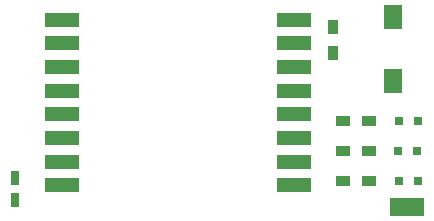
<source format=gtp>
G04 #@! TF.GenerationSoftware,KiCad,Pcbnew,no-vcs-found-7486~57~ubuntu16.04.1*
G04 #@! TF.CreationDate,2017-01-19T16:47:00+02:00*
G04 #@! TF.ProjectId,serial_gw,73657269616C5F67772E6B696361645F,rev?*
G04 #@! TF.FileFunction,Paste,Top*
G04 #@! TF.FilePolarity,Positive*
%FSLAX46Y46*%
G04 Gerber Fmt 4.6, Leading zero omitted, Abs format (unit mm)*
G04 Created by KiCad (PCBNEW no-vcs-found-7486~57~ubuntu16.04.1) date Thu Jan 19 16:47:00 2017*
%MOMM*%
%LPD*%
G01*
G04 APERTURE LIST*
%ADD10C,0.100000*%
%ADD11R,3.000000X1.500000*%
%ADD12R,0.750000X1.200000*%
%ADD13R,1.600000X2.000000*%
%ADD14R,0.800000X0.800000*%
%ADD15R,1.200000X0.900000*%
%ADD16R,0.900000X1.200000*%
%ADD17R,3.000000X1.200000*%
G04 APERTURE END LIST*
D10*
D11*
X112676000Y-92102000D03*
D12*
X79502000Y-89662000D03*
X79502000Y-91562000D03*
D13*
X111506000Y-76040000D03*
X111506000Y-81440000D03*
D14*
X113614000Y-84836000D03*
X112014000Y-84836000D03*
X111938000Y-87376000D03*
X113538000Y-87376000D03*
X113614000Y-89916000D03*
X112014000Y-89916000D03*
D15*
X109474000Y-84836000D03*
X107274000Y-84836000D03*
X107274000Y-87376000D03*
X109474000Y-87376000D03*
X109474000Y-89916000D03*
X107274000Y-89916000D03*
D16*
X106426000Y-76878000D03*
X106426000Y-79078000D03*
D17*
X103180000Y-76264000D03*
X103180000Y-78264000D03*
X103180000Y-80264000D03*
X103180000Y-82264000D03*
X103180000Y-84264000D03*
X103180000Y-86264000D03*
X103180000Y-88264000D03*
X103180000Y-90264000D03*
X83480000Y-90264000D03*
X83480000Y-88264000D03*
X83480000Y-86264000D03*
X83480000Y-84264000D03*
X83480000Y-82264000D03*
X83480000Y-80264000D03*
X83480000Y-78264000D03*
X83480000Y-76264000D03*
M02*

</source>
